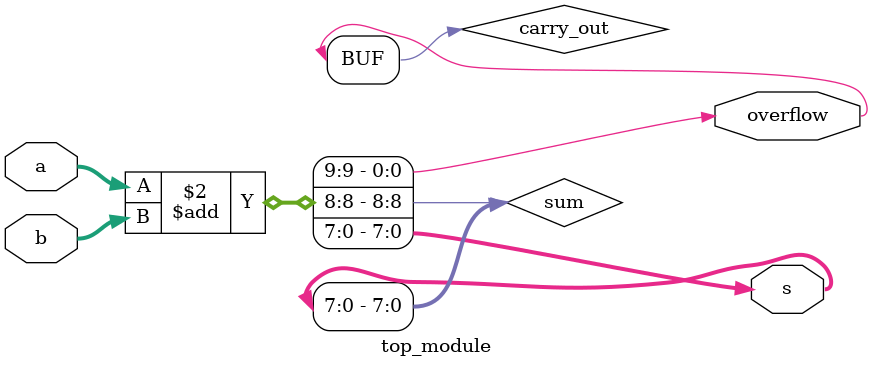
<source format=sv>
module top_module (
	input [7:0] a,
	input [7:0] b,
	output [7:0] s,
	output overflow
);
	// Declare internal signals
	reg [8:0] sum;
	reg carry_out;
	
	// Assign the sum and carry_out signals
	always @(*) begin
		{carry_out, sum} = a + b;
	end
	
	// Assign the output signals
	assign s = sum[7:0];
	assign overflow = carry_out;
	
endmodule

</source>
